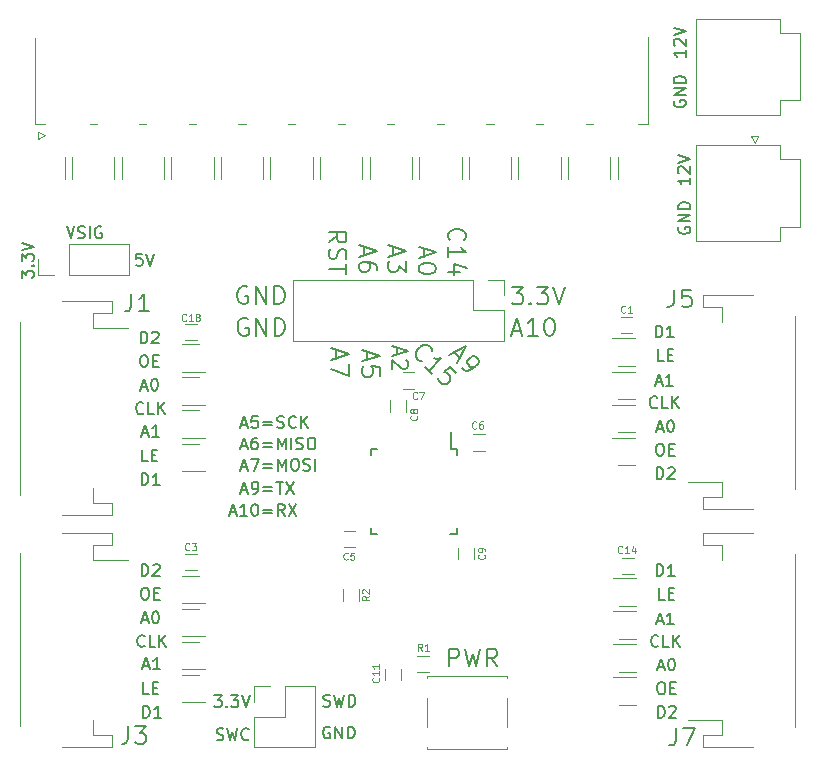
<source format=gbr>
G04 #@! TF.GenerationSoftware,KiCad,Pcbnew,(5.1.2)-2*
G04 #@! TF.CreationDate,2019-09-22T20:07:18+01:00*
G04 #@! TF.ProjectId,LEDPanelControllerV2,4c454450-616e-4656-9c43-6f6e74726f6c,rev?*
G04 #@! TF.SameCoordinates,Original*
G04 #@! TF.FileFunction,Legend,Top*
G04 #@! TF.FilePolarity,Positive*
%FSLAX46Y46*%
G04 Gerber Fmt 4.6, Leading zero omitted, Abs format (unit mm)*
G04 Created by KiCad (PCBNEW (5.1.2)-2) date 2019-09-22 20:07:18*
%MOMM*%
%LPD*%
G04 APERTURE LIST*
%ADD10C,0.150000*%
%ADD11C,0.200000*%
%ADD12C,0.120000*%
%ADD13C,0.100000*%
G04 APERTURE END LIST*
D10*
X131639285Y-98166666D02*
X132115476Y-98166666D01*
X131544047Y-98452380D02*
X131877380Y-97452380D01*
X132210714Y-98452380D01*
X133067857Y-98452380D02*
X132496428Y-98452380D01*
X132782142Y-98452380D02*
X132782142Y-97452380D01*
X132686904Y-97595238D01*
X132591666Y-97690476D01*
X132496428Y-97738095D01*
X133686904Y-97452380D02*
X133782142Y-97452380D01*
X133877380Y-97500000D01*
X133925000Y-97547619D01*
X133972619Y-97642857D01*
X134020238Y-97833333D01*
X134020238Y-98071428D01*
X133972619Y-98261904D01*
X133925000Y-98357142D01*
X133877380Y-98404761D01*
X133782142Y-98452380D01*
X133686904Y-98452380D01*
X133591666Y-98404761D01*
X133544047Y-98357142D01*
X133496428Y-98261904D01*
X133448809Y-98071428D01*
X133448809Y-97833333D01*
X133496428Y-97642857D01*
X133544047Y-97547619D01*
X133591666Y-97500000D01*
X133686904Y-97452380D01*
X134448809Y-97928571D02*
X135210714Y-97928571D01*
X135210714Y-98214285D02*
X134448809Y-98214285D01*
X136258333Y-98452380D02*
X135925000Y-97976190D01*
X135686904Y-98452380D02*
X135686904Y-97452380D01*
X136067857Y-97452380D01*
X136163095Y-97500000D01*
X136210714Y-97547619D01*
X136258333Y-97642857D01*
X136258333Y-97785714D01*
X136210714Y-97880952D01*
X136163095Y-97928571D01*
X136067857Y-97976190D01*
X135686904Y-97976190D01*
X136591666Y-97452380D02*
X137258333Y-98452380D01*
X137258333Y-97452380D02*
X136591666Y-98452380D01*
X132609523Y-96291666D02*
X133085714Y-96291666D01*
X132514285Y-96577380D02*
X132847619Y-95577380D01*
X133180952Y-96577380D01*
X133561904Y-96577380D02*
X133752380Y-96577380D01*
X133847619Y-96529761D01*
X133895238Y-96482142D01*
X133990476Y-96339285D01*
X134038095Y-96148809D01*
X134038095Y-95767857D01*
X133990476Y-95672619D01*
X133942857Y-95625000D01*
X133847619Y-95577380D01*
X133657142Y-95577380D01*
X133561904Y-95625000D01*
X133514285Y-95672619D01*
X133466666Y-95767857D01*
X133466666Y-96005952D01*
X133514285Y-96101190D01*
X133561904Y-96148809D01*
X133657142Y-96196428D01*
X133847619Y-96196428D01*
X133942857Y-96148809D01*
X133990476Y-96101190D01*
X134038095Y-96005952D01*
X134466666Y-96053571D02*
X135228571Y-96053571D01*
X135228571Y-96339285D02*
X134466666Y-96339285D01*
X135561904Y-95577380D02*
X136133333Y-95577380D01*
X135847619Y-96577380D02*
X135847619Y-95577380D01*
X136371428Y-95577380D02*
X137038095Y-96577380D01*
X137038095Y-95577380D02*
X136371428Y-96577380D01*
D11*
X133132142Y-81775000D02*
X132989285Y-81703571D01*
X132775000Y-81703571D01*
X132560714Y-81775000D01*
X132417857Y-81917857D01*
X132346428Y-82060714D01*
X132275000Y-82346428D01*
X132275000Y-82560714D01*
X132346428Y-82846428D01*
X132417857Y-82989285D01*
X132560714Y-83132142D01*
X132775000Y-83203571D01*
X132917857Y-83203571D01*
X133132142Y-83132142D01*
X133203571Y-83060714D01*
X133203571Y-82560714D01*
X132917857Y-82560714D01*
X133846428Y-83203571D02*
X133846428Y-81703571D01*
X134703571Y-83203571D01*
X134703571Y-81703571D01*
X135417857Y-83203571D02*
X135417857Y-81703571D01*
X135775000Y-81703571D01*
X135989285Y-81775000D01*
X136132142Y-81917857D01*
X136203571Y-82060714D01*
X136275000Y-82346428D01*
X136275000Y-82560714D01*
X136203571Y-82846428D01*
X136132142Y-82989285D01*
X135989285Y-83132142D01*
X135775000Y-83203571D01*
X135417857Y-83203571D01*
X140625000Y-84428571D02*
X140625000Y-85142857D01*
X140196428Y-84285714D02*
X141696428Y-84785714D01*
X140196428Y-85285714D01*
X141696428Y-85642857D02*
X141696428Y-86642857D01*
X140196428Y-86000000D01*
X142975000Y-75653571D02*
X142975000Y-76367857D01*
X142546428Y-75510714D02*
X144046428Y-76010714D01*
X142546428Y-76510714D01*
X144046428Y-77653571D02*
X144046428Y-77367857D01*
X143975000Y-77225000D01*
X143903571Y-77153571D01*
X143689285Y-77010714D01*
X143403571Y-76939285D01*
X142832142Y-76939285D01*
X142689285Y-77010714D01*
X142617857Y-77082142D01*
X142546428Y-77225000D01*
X142546428Y-77510714D01*
X142617857Y-77653571D01*
X142689285Y-77725000D01*
X142832142Y-77796428D01*
X143189285Y-77796428D01*
X143332142Y-77725000D01*
X143403571Y-77653571D01*
X143475000Y-77510714D01*
X143475000Y-77225000D01*
X143403571Y-77082142D01*
X143332142Y-77010714D01*
X143189285Y-76939285D01*
X143250000Y-84528571D02*
X143250000Y-85242857D01*
X142821428Y-84385714D02*
X144321428Y-84885714D01*
X142821428Y-85385714D01*
X144321428Y-86600000D02*
X144321428Y-85885714D01*
X143607142Y-85814285D01*
X143678571Y-85885714D01*
X143750000Y-86028571D01*
X143750000Y-86385714D01*
X143678571Y-86528571D01*
X143607142Y-86600000D01*
X143464285Y-86671428D01*
X143107142Y-86671428D01*
X142964285Y-86600000D01*
X142892857Y-86528571D01*
X142821428Y-86385714D01*
X142821428Y-86028571D01*
X142892857Y-85885714D01*
X142964285Y-85814285D01*
D10*
X167904761Y-109457142D02*
X167857142Y-109504761D01*
X167714285Y-109552380D01*
X167619047Y-109552380D01*
X167476190Y-109504761D01*
X167380952Y-109409523D01*
X167333333Y-109314285D01*
X167285714Y-109123809D01*
X167285714Y-108980952D01*
X167333333Y-108790476D01*
X167380952Y-108695238D01*
X167476190Y-108600000D01*
X167619047Y-108552380D01*
X167714285Y-108552380D01*
X167857142Y-108600000D01*
X167904761Y-108647619D01*
X168809523Y-109552380D02*
X168333333Y-109552380D01*
X168333333Y-108552380D01*
X169142857Y-109552380D02*
X169142857Y-108552380D01*
X169714285Y-109552380D02*
X169285714Y-108980952D01*
X169714285Y-108552380D02*
X169142857Y-109123809D01*
X167785714Y-107366666D02*
X168261904Y-107366666D01*
X167690476Y-107652380D02*
X168023809Y-106652380D01*
X168357142Y-107652380D01*
X169214285Y-107652380D02*
X168642857Y-107652380D01*
X168928571Y-107652380D02*
X168928571Y-106652380D01*
X168833333Y-106795238D01*
X168738095Y-106890476D01*
X168642857Y-106938095D01*
X167761904Y-103552380D02*
X167761904Y-102552380D01*
X168000000Y-102552380D01*
X168142857Y-102600000D01*
X168238095Y-102695238D01*
X168285714Y-102790476D01*
X168333333Y-102980952D01*
X168333333Y-103123809D01*
X168285714Y-103314285D01*
X168238095Y-103409523D01*
X168142857Y-103504761D01*
X168000000Y-103552380D01*
X167761904Y-103552380D01*
X169285714Y-103552380D02*
X168714285Y-103552380D01*
X169000000Y-103552380D02*
X169000000Y-102552380D01*
X168904761Y-102695238D01*
X168809523Y-102790476D01*
X168714285Y-102838095D01*
X167861904Y-115552381D02*
X167861904Y-114552381D01*
X168100000Y-114552381D01*
X168242857Y-114600001D01*
X168338095Y-114695239D01*
X168385714Y-114790477D01*
X168433333Y-114980953D01*
X168433333Y-115123810D01*
X168385714Y-115314286D01*
X168338095Y-115409524D01*
X168242857Y-115504762D01*
X168100000Y-115552381D01*
X167861904Y-115552381D01*
X168814285Y-114647620D02*
X168861904Y-114600001D01*
X168957142Y-114552381D01*
X169195238Y-114552381D01*
X169290476Y-114600001D01*
X169338095Y-114647620D01*
X169385714Y-114742858D01*
X169385714Y-114838096D01*
X169338095Y-114980953D01*
X168766666Y-115552381D01*
X169385714Y-115552381D01*
X167885713Y-111266666D02*
X168361903Y-111266666D01*
X167790475Y-111552380D02*
X168123808Y-110552380D01*
X168457141Y-111552380D01*
X168980951Y-110552380D02*
X169076189Y-110552380D01*
X169171427Y-110600000D01*
X169219046Y-110647619D01*
X169266665Y-110742857D01*
X169314284Y-110933333D01*
X169314284Y-111171428D01*
X169266665Y-111361904D01*
X169219046Y-111457142D01*
X169171427Y-111504761D01*
X169076189Y-111552380D01*
X168980951Y-111552380D01*
X168885713Y-111504761D01*
X168838094Y-111457142D01*
X168790475Y-111361904D01*
X168742856Y-111171428D01*
X168742856Y-110933333D01*
X168790475Y-110742857D01*
X168838094Y-110647619D01*
X168885713Y-110600000D01*
X168980951Y-110552380D01*
X168457142Y-105552380D02*
X167980952Y-105552380D01*
X167980952Y-104552380D01*
X168790476Y-105028571D02*
X169123809Y-105028571D01*
X169266666Y-105552380D02*
X168790476Y-105552380D01*
X168790476Y-104552380D01*
X169266666Y-104552380D01*
X168052380Y-112552380D02*
X168242857Y-112552380D01*
X168338095Y-112600000D01*
X168433333Y-112695238D01*
X168480952Y-112885714D01*
X168480952Y-113219047D01*
X168433333Y-113409523D01*
X168338095Y-113504761D01*
X168242857Y-113552380D01*
X168052380Y-113552380D01*
X167957142Y-113504761D01*
X167861904Y-113409523D01*
X167814285Y-113219047D01*
X167814285Y-112885714D01*
X167861904Y-112695238D01*
X167957142Y-112600000D01*
X168052380Y-112552380D01*
X168909523Y-113028571D02*
X169242857Y-113028571D01*
X169385714Y-113552380D02*
X168909523Y-113552380D01*
X168909523Y-112552380D01*
X169385714Y-112552380D01*
X167952380Y-92352380D02*
X168142857Y-92352380D01*
X168238095Y-92400000D01*
X168333333Y-92495238D01*
X168380952Y-92685714D01*
X168380952Y-93019047D01*
X168333333Y-93209523D01*
X168238095Y-93304761D01*
X168142857Y-93352380D01*
X167952380Y-93352380D01*
X167857142Y-93304761D01*
X167761904Y-93209523D01*
X167714285Y-93019047D01*
X167714285Y-92685714D01*
X167761904Y-92495238D01*
X167857142Y-92400000D01*
X167952380Y-92352380D01*
X168809523Y-92828571D02*
X169142857Y-92828571D01*
X169285714Y-93352380D02*
X168809523Y-93352380D01*
X168809523Y-92352380D01*
X169285714Y-92352380D01*
X167804761Y-89257142D02*
X167757142Y-89304761D01*
X167614285Y-89352380D01*
X167519047Y-89352380D01*
X167376190Y-89304761D01*
X167280952Y-89209523D01*
X167233333Y-89114285D01*
X167185714Y-88923809D01*
X167185714Y-88780952D01*
X167233333Y-88590476D01*
X167280952Y-88495238D01*
X167376190Y-88400000D01*
X167519047Y-88352380D01*
X167614285Y-88352380D01*
X167757142Y-88400000D01*
X167804761Y-88447619D01*
X168709523Y-89352380D02*
X168233333Y-89352380D01*
X168233333Y-88352380D01*
X169042857Y-89352380D02*
X169042857Y-88352380D01*
X169614285Y-89352380D02*
X169185714Y-88780952D01*
X169614285Y-88352380D02*
X169042857Y-88923809D01*
X167661904Y-83352380D02*
X167661904Y-82352380D01*
X167900000Y-82352380D01*
X168042857Y-82400000D01*
X168138095Y-82495238D01*
X168185714Y-82590476D01*
X168233333Y-82780952D01*
X168233333Y-82923809D01*
X168185714Y-83114285D01*
X168138095Y-83209523D01*
X168042857Y-83304761D01*
X167900000Y-83352380D01*
X167661904Y-83352380D01*
X169185714Y-83352380D02*
X168614285Y-83352380D01*
X168900000Y-83352380D02*
X168900000Y-82352380D01*
X168804761Y-82495238D01*
X168709523Y-82590476D01*
X168614285Y-82638095D01*
X167685714Y-87166666D02*
X168161904Y-87166666D01*
X167590476Y-87452380D02*
X167923809Y-86452380D01*
X168257142Y-87452380D01*
X169114285Y-87452380D02*
X168542857Y-87452380D01*
X168828571Y-87452380D02*
X168828571Y-86452380D01*
X168733333Y-86595238D01*
X168638095Y-86690476D01*
X168542857Y-86738095D01*
X168357142Y-85352380D02*
X167880952Y-85352380D01*
X167880952Y-84352380D01*
X168690476Y-84828571D02*
X169023809Y-84828571D01*
X169166666Y-85352380D02*
X168690476Y-85352380D01*
X168690476Y-84352380D01*
X169166666Y-84352380D01*
X167761904Y-95352381D02*
X167761904Y-94352381D01*
X168000000Y-94352381D01*
X168142857Y-94400001D01*
X168238095Y-94495239D01*
X168285714Y-94590477D01*
X168333333Y-94780953D01*
X168333333Y-94923810D01*
X168285714Y-95114286D01*
X168238095Y-95209524D01*
X168142857Y-95304762D01*
X168000000Y-95352381D01*
X167761904Y-95352381D01*
X168714285Y-94447620D02*
X168761904Y-94400001D01*
X168857142Y-94352381D01*
X169095238Y-94352381D01*
X169190476Y-94400001D01*
X169238095Y-94447620D01*
X169285714Y-94542858D01*
X169285714Y-94638096D01*
X169238095Y-94780953D01*
X168666666Y-95352381D01*
X169285714Y-95352381D01*
X167785713Y-91066666D02*
X168261903Y-91066666D01*
X167690475Y-91352380D02*
X168023808Y-90352380D01*
X168357141Y-91352380D01*
X168880951Y-90352380D02*
X168976189Y-90352380D01*
X169071427Y-90400000D01*
X169119046Y-90447619D01*
X169166665Y-90542857D01*
X169214284Y-90733333D01*
X169214284Y-90971428D01*
X169166665Y-91161904D01*
X169119046Y-91257142D01*
X169071427Y-91304761D01*
X168976189Y-91352380D01*
X168880951Y-91352380D01*
X168785713Y-91304761D01*
X168738094Y-91257142D01*
X168690475Y-91161904D01*
X168642856Y-90971428D01*
X168642856Y-90733333D01*
X168690475Y-90542857D01*
X168738094Y-90447619D01*
X168785713Y-90400000D01*
X168880951Y-90352380D01*
X124404761Y-109457142D02*
X124357142Y-109504761D01*
X124214285Y-109552380D01*
X124119047Y-109552380D01*
X123976190Y-109504761D01*
X123880952Y-109409523D01*
X123833333Y-109314285D01*
X123785714Y-109123809D01*
X123785714Y-108980952D01*
X123833333Y-108790476D01*
X123880952Y-108695238D01*
X123976190Y-108600000D01*
X124119047Y-108552380D01*
X124214285Y-108552380D01*
X124357142Y-108600000D01*
X124404761Y-108647619D01*
X125309523Y-109552380D02*
X124833333Y-109552380D01*
X124833333Y-108552380D01*
X125642857Y-109552380D02*
X125642857Y-108552380D01*
X126214285Y-109552380D02*
X125785714Y-108980952D01*
X126214285Y-108552380D02*
X125642857Y-109123809D01*
X124261904Y-115552380D02*
X124261904Y-114552380D01*
X124500000Y-114552380D01*
X124642857Y-114600000D01*
X124738095Y-114695238D01*
X124785714Y-114790476D01*
X124833333Y-114980952D01*
X124833333Y-115123809D01*
X124785714Y-115314285D01*
X124738095Y-115409523D01*
X124642857Y-115504761D01*
X124500000Y-115552380D01*
X124261904Y-115552380D01*
X125785714Y-115552380D02*
X125214285Y-115552380D01*
X125500000Y-115552380D02*
X125500000Y-114552380D01*
X125404761Y-114695238D01*
X125309523Y-114790476D01*
X125214285Y-114838095D01*
X124285714Y-111166666D02*
X124761904Y-111166666D01*
X124190476Y-111452380D02*
X124523809Y-110452380D01*
X124857142Y-111452380D01*
X125714285Y-111452380D02*
X125142857Y-111452380D01*
X125428571Y-111452380D02*
X125428571Y-110452380D01*
X125333333Y-110595238D01*
X125238095Y-110690476D01*
X125142857Y-110738095D01*
X124757142Y-113552380D02*
X124280952Y-113552380D01*
X124280952Y-112552380D01*
X125090476Y-113028571D02*
X125423809Y-113028571D01*
X125566666Y-113552380D02*
X125090476Y-113552380D01*
X125090476Y-112552380D01*
X125566666Y-112552380D01*
X124185714Y-107266666D02*
X124661904Y-107266666D01*
X124090476Y-107552380D02*
X124423809Y-106552380D01*
X124757142Y-107552380D01*
X125280952Y-106552380D02*
X125376190Y-106552380D01*
X125471428Y-106600000D01*
X125519047Y-106647619D01*
X125566666Y-106742857D01*
X125614285Y-106933333D01*
X125614285Y-107171428D01*
X125566666Y-107361904D01*
X125519047Y-107457142D01*
X125471428Y-107504761D01*
X125376190Y-107552380D01*
X125280952Y-107552380D01*
X125185714Y-107504761D01*
X125138095Y-107457142D01*
X125090476Y-107361904D01*
X125042857Y-107171428D01*
X125042857Y-106933333D01*
X125090476Y-106742857D01*
X125138095Y-106647619D01*
X125185714Y-106600000D01*
X125280952Y-106552380D01*
X124352380Y-104552380D02*
X124542857Y-104552380D01*
X124638095Y-104600000D01*
X124733333Y-104695238D01*
X124780952Y-104885714D01*
X124780952Y-105219047D01*
X124733333Y-105409523D01*
X124638095Y-105504761D01*
X124542857Y-105552380D01*
X124352380Y-105552380D01*
X124257142Y-105504761D01*
X124161904Y-105409523D01*
X124114285Y-105219047D01*
X124114285Y-104885714D01*
X124161904Y-104695238D01*
X124257142Y-104600000D01*
X124352380Y-104552380D01*
X125209523Y-105028571D02*
X125542857Y-105028571D01*
X125685714Y-105552380D02*
X125209523Y-105552380D01*
X125209523Y-104552380D01*
X125685714Y-104552380D01*
X124161904Y-103552380D02*
X124161904Y-102552380D01*
X124400000Y-102552380D01*
X124542857Y-102600000D01*
X124638095Y-102695238D01*
X124685714Y-102790476D01*
X124733333Y-102980952D01*
X124733333Y-103123809D01*
X124685714Y-103314285D01*
X124638095Y-103409523D01*
X124542857Y-103504761D01*
X124400000Y-103552380D01*
X124161904Y-103552380D01*
X125114285Y-102647619D02*
X125161904Y-102600000D01*
X125257142Y-102552380D01*
X125495238Y-102552380D01*
X125590476Y-102600000D01*
X125638095Y-102647619D01*
X125685714Y-102742857D01*
X125685714Y-102838095D01*
X125638095Y-102980952D01*
X125066666Y-103552380D01*
X125685714Y-103552380D01*
X124161904Y-95852380D02*
X124161904Y-94852380D01*
X124400000Y-94852380D01*
X124542857Y-94900000D01*
X124638095Y-94995238D01*
X124685714Y-95090476D01*
X124733333Y-95280952D01*
X124733333Y-95423809D01*
X124685714Y-95614285D01*
X124638095Y-95709523D01*
X124542857Y-95804761D01*
X124400000Y-95852380D01*
X124161904Y-95852380D01*
X125685714Y-95852380D02*
X125114285Y-95852380D01*
X125400000Y-95852380D02*
X125400000Y-94852380D01*
X125304761Y-94995238D01*
X125209523Y-95090476D01*
X125114285Y-95138095D01*
X124657142Y-93852380D02*
X124180952Y-93852380D01*
X124180952Y-92852380D01*
X124990476Y-93328571D02*
X125323809Y-93328571D01*
X125466666Y-93852380D02*
X124990476Y-93852380D01*
X124990476Y-92852380D01*
X125466666Y-92852380D01*
X124185714Y-91466666D02*
X124661904Y-91466666D01*
X124090476Y-91752380D02*
X124423809Y-90752380D01*
X124757142Y-91752380D01*
X125614285Y-91752380D02*
X125042857Y-91752380D01*
X125328571Y-91752380D02*
X125328571Y-90752380D01*
X125233333Y-90895238D01*
X125138095Y-90990476D01*
X125042857Y-91038095D01*
X124304761Y-89757142D02*
X124257142Y-89804761D01*
X124114285Y-89852380D01*
X124019047Y-89852380D01*
X123876190Y-89804761D01*
X123780952Y-89709523D01*
X123733333Y-89614285D01*
X123685714Y-89423809D01*
X123685714Y-89280952D01*
X123733333Y-89090476D01*
X123780952Y-88995238D01*
X123876190Y-88900000D01*
X124019047Y-88852380D01*
X124114285Y-88852380D01*
X124257142Y-88900000D01*
X124304761Y-88947619D01*
X125209523Y-89852380D02*
X124733333Y-89852380D01*
X124733333Y-88852380D01*
X125542857Y-89852380D02*
X125542857Y-88852380D01*
X126114285Y-89852380D02*
X125685714Y-89280952D01*
X126114285Y-88852380D02*
X125542857Y-89423809D01*
X124085714Y-87566666D02*
X124561904Y-87566666D01*
X123990476Y-87852380D02*
X124323809Y-86852380D01*
X124657142Y-87852380D01*
X125180952Y-86852380D02*
X125276190Y-86852380D01*
X125371428Y-86900000D01*
X125419047Y-86947619D01*
X125466666Y-87042857D01*
X125514285Y-87233333D01*
X125514285Y-87471428D01*
X125466666Y-87661904D01*
X125419047Y-87757142D01*
X125371428Y-87804761D01*
X125276190Y-87852380D01*
X125180952Y-87852380D01*
X125085714Y-87804761D01*
X125038095Y-87757142D01*
X124990476Y-87661904D01*
X124942857Y-87471428D01*
X124942857Y-87233333D01*
X124990476Y-87042857D01*
X125038095Y-86947619D01*
X125085714Y-86900000D01*
X125180952Y-86852380D01*
X124252380Y-84852380D02*
X124442857Y-84852380D01*
X124538095Y-84900000D01*
X124633333Y-84995238D01*
X124680952Y-85185714D01*
X124680952Y-85519047D01*
X124633333Y-85709523D01*
X124538095Y-85804761D01*
X124442857Y-85852380D01*
X124252380Y-85852380D01*
X124157142Y-85804761D01*
X124061904Y-85709523D01*
X124014285Y-85519047D01*
X124014285Y-85185714D01*
X124061904Y-84995238D01*
X124157142Y-84900000D01*
X124252380Y-84852380D01*
X125109523Y-85328571D02*
X125442857Y-85328571D01*
X125585714Y-85852380D02*
X125109523Y-85852380D01*
X125109523Y-84852380D01*
X125585714Y-84852380D01*
X124061904Y-83852380D02*
X124061904Y-82852380D01*
X124300000Y-82852380D01*
X124442857Y-82900000D01*
X124538095Y-82995238D01*
X124585714Y-83090476D01*
X124633333Y-83280952D01*
X124633333Y-83423809D01*
X124585714Y-83614285D01*
X124538095Y-83709523D01*
X124442857Y-83804761D01*
X124300000Y-83852380D01*
X124061904Y-83852380D01*
X125014285Y-82947619D02*
X125061904Y-82900000D01*
X125157142Y-82852380D01*
X125395238Y-82852380D01*
X125490476Y-82900000D01*
X125538095Y-82947619D01*
X125585714Y-83042857D01*
X125585714Y-83138095D01*
X125538095Y-83280952D01*
X124966666Y-83852380D01*
X125585714Y-83852380D01*
D11*
X150175000Y-111203571D02*
X150175000Y-109703571D01*
X150746428Y-109703571D01*
X150889285Y-109775000D01*
X150960714Y-109846428D01*
X151032142Y-109989285D01*
X151032142Y-110203571D01*
X150960714Y-110346428D01*
X150889285Y-110417857D01*
X150746428Y-110489285D01*
X150175000Y-110489285D01*
X151532142Y-109703571D02*
X151889285Y-111203571D01*
X152175000Y-110132142D01*
X152460714Y-111203571D01*
X152817857Y-109703571D01*
X154246428Y-111203571D02*
X153746428Y-110489285D01*
X153389285Y-111203571D02*
X153389285Y-109703571D01*
X153960714Y-109703571D01*
X154103571Y-109775000D01*
X154175000Y-109846428D01*
X154246428Y-109989285D01*
X154246428Y-110203571D01*
X154175000Y-110346428D01*
X154103571Y-110417857D01*
X153960714Y-110489285D01*
X153389285Y-110489285D01*
X147864339Y-85346954D02*
X147763324Y-85346954D01*
X147561294Y-85245938D01*
X147460278Y-85144923D01*
X147359263Y-84942893D01*
X147359263Y-84740862D01*
X147409771Y-84589339D01*
X147561294Y-84336801D01*
X147712816Y-84185278D01*
X147965355Y-84033755D01*
X148116877Y-83983248D01*
X148318908Y-83983248D01*
X148520938Y-84084263D01*
X148621954Y-84185278D01*
X148722969Y-84387309D01*
X148722969Y-84488324D01*
X148773477Y-86458122D02*
X148167385Y-85852030D01*
X148470431Y-86155076D02*
X149531091Y-85094416D01*
X149278553Y-85144923D01*
X149076522Y-85144923D01*
X148925000Y-85094416D01*
X150793782Y-86357106D02*
X150288705Y-85852030D01*
X149733122Y-86306599D01*
X149834137Y-86306599D01*
X149985660Y-86357106D01*
X150238198Y-86609644D01*
X150288705Y-86761167D01*
X150288705Y-86862183D01*
X150238198Y-87013705D01*
X149985660Y-87266244D01*
X149834137Y-87316751D01*
X149733122Y-87316751D01*
X149581599Y-87266244D01*
X149329061Y-87013705D01*
X149278553Y-86862183D01*
X149278553Y-86761167D01*
X150239285Y-75110714D02*
X150167857Y-75039285D01*
X150096428Y-74825000D01*
X150096428Y-74682142D01*
X150167857Y-74467857D01*
X150310714Y-74325000D01*
X150453571Y-74253571D01*
X150739285Y-74182142D01*
X150953571Y-74182142D01*
X151239285Y-74253571D01*
X151382142Y-74325000D01*
X151525000Y-74467857D01*
X151596428Y-74682142D01*
X151596428Y-74825000D01*
X151525000Y-75039285D01*
X151453571Y-75110714D01*
X150096428Y-76539285D02*
X150096428Y-75682142D01*
X150096428Y-76110714D02*
X151596428Y-76110714D01*
X151382142Y-75967857D01*
X151239285Y-75825000D01*
X151167857Y-75682142D01*
X151096428Y-77825000D02*
X150096428Y-77825000D01*
X151667857Y-77467857D02*
X150596428Y-77110714D01*
X150596428Y-78039285D01*
D10*
X169650000Y-74011904D02*
X169602380Y-74107142D01*
X169602380Y-74250000D01*
X169650000Y-74392857D01*
X169745238Y-74488095D01*
X169840476Y-74535714D01*
X170030952Y-74583333D01*
X170173809Y-74583333D01*
X170364285Y-74535714D01*
X170459523Y-74488095D01*
X170554761Y-74392857D01*
X170602380Y-74250000D01*
X170602380Y-74154761D01*
X170554761Y-74011904D01*
X170507142Y-73964285D01*
X170173809Y-73964285D01*
X170173809Y-74154761D01*
X170602380Y-73535714D02*
X169602380Y-73535714D01*
X170602380Y-72964285D01*
X169602380Y-72964285D01*
X170602380Y-72488095D02*
X169602380Y-72488095D01*
X169602380Y-72250000D01*
X169650000Y-72107142D01*
X169745238Y-72011904D01*
X169840476Y-71964285D01*
X170030952Y-71916666D01*
X170173809Y-71916666D01*
X170364285Y-71964285D01*
X170459523Y-72011904D01*
X170554761Y-72107142D01*
X170602380Y-72250000D01*
X170602380Y-72488095D01*
X170552380Y-69819047D02*
X170552380Y-70390476D01*
X170552380Y-70104761D02*
X169552380Y-70104761D01*
X169695238Y-70200000D01*
X169790476Y-70295238D01*
X169838095Y-70390476D01*
X169647619Y-69438095D02*
X169600000Y-69390476D01*
X169552380Y-69295238D01*
X169552380Y-69057142D01*
X169600000Y-68961904D01*
X169647619Y-68914285D01*
X169742857Y-68866666D01*
X169838095Y-68866666D01*
X169980952Y-68914285D01*
X170552380Y-69485714D01*
X170552380Y-68866666D01*
X169552380Y-68580952D02*
X170552380Y-68247619D01*
X169552380Y-67914285D01*
X169250000Y-63311904D02*
X169202380Y-63407142D01*
X169202380Y-63550000D01*
X169250000Y-63692857D01*
X169345238Y-63788095D01*
X169440476Y-63835714D01*
X169630952Y-63883333D01*
X169773809Y-63883333D01*
X169964285Y-63835714D01*
X170059523Y-63788095D01*
X170154761Y-63692857D01*
X170202380Y-63550000D01*
X170202380Y-63454761D01*
X170154761Y-63311904D01*
X170107142Y-63264285D01*
X169773809Y-63264285D01*
X169773809Y-63454761D01*
X170202380Y-62835714D02*
X169202380Y-62835714D01*
X170202380Y-62264285D01*
X169202380Y-62264285D01*
X170202380Y-61788095D02*
X169202380Y-61788095D01*
X169202380Y-61550000D01*
X169250000Y-61407142D01*
X169345238Y-61311904D01*
X169440476Y-61264285D01*
X169630952Y-61216666D01*
X169773809Y-61216666D01*
X169964285Y-61264285D01*
X170059523Y-61311904D01*
X170154761Y-61407142D01*
X170202380Y-61550000D01*
X170202380Y-61788095D01*
X170202380Y-59019047D02*
X170202380Y-59590476D01*
X170202380Y-59304761D02*
X169202380Y-59304761D01*
X169345238Y-59400000D01*
X169440476Y-59495238D01*
X169488095Y-59590476D01*
X169297619Y-58638095D02*
X169250000Y-58590476D01*
X169202380Y-58495238D01*
X169202380Y-58257142D01*
X169250000Y-58161904D01*
X169297619Y-58114285D01*
X169392857Y-58066666D01*
X169488095Y-58066666D01*
X169630952Y-58114285D01*
X170202380Y-58685714D01*
X170202380Y-58066666D01*
X169202380Y-57780952D02*
X170202380Y-57447619D01*
X169202380Y-57114285D01*
X130492857Y-117404761D02*
X130635714Y-117452380D01*
X130873809Y-117452380D01*
X130969047Y-117404761D01*
X131016666Y-117357142D01*
X131064285Y-117261904D01*
X131064285Y-117166666D01*
X131016666Y-117071428D01*
X130969047Y-117023809D01*
X130873809Y-116976190D01*
X130683333Y-116928571D01*
X130588095Y-116880952D01*
X130540476Y-116833333D01*
X130492857Y-116738095D01*
X130492857Y-116642857D01*
X130540476Y-116547619D01*
X130588095Y-116500000D01*
X130683333Y-116452380D01*
X130921428Y-116452380D01*
X131064285Y-116500000D01*
X131397619Y-116452380D02*
X131635714Y-117452380D01*
X131826190Y-116738095D01*
X132016666Y-117452380D01*
X132254761Y-116452380D01*
X133207142Y-117357142D02*
X133159523Y-117404761D01*
X133016666Y-117452380D01*
X132921428Y-117452380D01*
X132778571Y-117404761D01*
X132683333Y-117309523D01*
X132635714Y-117214285D01*
X132588095Y-117023809D01*
X132588095Y-116880952D01*
X132635714Y-116690476D01*
X132683333Y-116595238D01*
X132778571Y-116500000D01*
X132921428Y-116452380D01*
X133016666Y-116452380D01*
X133159523Y-116500000D01*
X133207142Y-116547619D01*
X140088095Y-116350000D02*
X139992857Y-116302380D01*
X139850000Y-116302380D01*
X139707142Y-116350000D01*
X139611904Y-116445238D01*
X139564285Y-116540476D01*
X139516666Y-116730952D01*
X139516666Y-116873809D01*
X139564285Y-117064285D01*
X139611904Y-117159523D01*
X139707142Y-117254761D01*
X139850000Y-117302380D01*
X139945238Y-117302380D01*
X140088095Y-117254761D01*
X140135714Y-117207142D01*
X140135714Y-116873809D01*
X139945238Y-116873809D01*
X140564285Y-117302380D02*
X140564285Y-116302380D01*
X141135714Y-117302380D01*
X141135714Y-116302380D01*
X141611904Y-117302380D02*
X141611904Y-116302380D01*
X141850000Y-116302380D01*
X141992857Y-116350000D01*
X142088095Y-116445238D01*
X142135714Y-116540476D01*
X142183333Y-116730952D01*
X142183333Y-116873809D01*
X142135714Y-117064285D01*
X142088095Y-117159523D01*
X141992857Y-117254761D01*
X141850000Y-117302380D01*
X141611904Y-117302380D01*
X139542857Y-114554761D02*
X139685714Y-114602380D01*
X139923809Y-114602380D01*
X140019047Y-114554761D01*
X140066666Y-114507142D01*
X140114285Y-114411904D01*
X140114285Y-114316666D01*
X140066666Y-114221428D01*
X140019047Y-114173809D01*
X139923809Y-114126190D01*
X139733333Y-114078571D01*
X139638095Y-114030952D01*
X139590476Y-113983333D01*
X139542857Y-113888095D01*
X139542857Y-113792857D01*
X139590476Y-113697619D01*
X139638095Y-113650000D01*
X139733333Y-113602380D01*
X139971428Y-113602380D01*
X140114285Y-113650000D01*
X140447619Y-113602380D02*
X140685714Y-114602380D01*
X140876190Y-113888095D01*
X141066666Y-114602380D01*
X141304761Y-113602380D01*
X141685714Y-114602380D02*
X141685714Y-113602380D01*
X141923809Y-113602380D01*
X142066666Y-113650000D01*
X142161904Y-113745238D01*
X142209523Y-113840476D01*
X142257142Y-114030952D01*
X142257142Y-114173809D01*
X142209523Y-114364285D01*
X142161904Y-114459523D01*
X142066666Y-114554761D01*
X141923809Y-114602380D01*
X141685714Y-114602380D01*
X130298809Y-113652380D02*
X130917857Y-113652380D01*
X130584523Y-114033333D01*
X130727380Y-114033333D01*
X130822619Y-114080952D01*
X130870238Y-114128571D01*
X130917857Y-114223809D01*
X130917857Y-114461904D01*
X130870238Y-114557142D01*
X130822619Y-114604761D01*
X130727380Y-114652380D01*
X130441666Y-114652380D01*
X130346428Y-114604761D01*
X130298809Y-114557142D01*
X131346428Y-114557142D02*
X131394047Y-114604761D01*
X131346428Y-114652380D01*
X131298809Y-114604761D01*
X131346428Y-114557142D01*
X131346428Y-114652380D01*
X131727380Y-113652380D02*
X132346428Y-113652380D01*
X132013095Y-114033333D01*
X132155952Y-114033333D01*
X132251190Y-114080952D01*
X132298809Y-114128571D01*
X132346428Y-114223809D01*
X132346428Y-114461904D01*
X132298809Y-114557142D01*
X132251190Y-114604761D01*
X132155952Y-114652380D01*
X131870238Y-114652380D01*
X131775000Y-114604761D01*
X131727380Y-114557142D01*
X132632142Y-113652380D02*
X132965476Y-114652380D01*
X133298809Y-113652380D01*
D11*
X155539285Y-82775000D02*
X156253571Y-82775000D01*
X155396428Y-83203571D02*
X155896428Y-81703571D01*
X156396428Y-83203571D01*
X157682142Y-83203571D02*
X156825000Y-83203571D01*
X157253571Y-83203571D02*
X157253571Y-81703571D01*
X157110714Y-81917857D01*
X156967857Y-82060714D01*
X156825000Y-82132142D01*
X158610714Y-81703571D02*
X158753571Y-81703571D01*
X158896428Y-81775000D01*
X158967857Y-81846428D01*
X159039285Y-81989285D01*
X159110714Y-82275000D01*
X159110714Y-82632142D01*
X159039285Y-82917857D01*
X158967857Y-83060714D01*
X158896428Y-83132142D01*
X158753571Y-83203571D01*
X158610714Y-83203571D01*
X158467857Y-83132142D01*
X158396428Y-83060714D01*
X158325000Y-82917857D01*
X158253571Y-82632142D01*
X158253571Y-82275000D01*
X158325000Y-81989285D01*
X158396428Y-81846428D01*
X158467857Y-81775000D01*
X158610714Y-81703571D01*
X150565608Y-84619162D02*
X151070685Y-85124238D01*
X150161547Y-84821192D02*
X151575761Y-84114086D01*
X150868654Y-85528299D01*
X151272715Y-85932360D02*
X151474746Y-86134391D01*
X151626269Y-86184898D01*
X151727284Y-86184898D01*
X151979822Y-86134391D01*
X152232360Y-85982868D01*
X152636421Y-85578807D01*
X152686929Y-85427284D01*
X152686929Y-85326269D01*
X152636421Y-85174746D01*
X152434391Y-84972715D01*
X152282868Y-84922208D01*
X152181852Y-84922208D01*
X152030330Y-84972715D01*
X151777791Y-85225253D01*
X151727284Y-85376776D01*
X151727284Y-85477791D01*
X151777791Y-85629314D01*
X151979822Y-85831345D01*
X152131345Y-85881852D01*
X152232360Y-85881852D01*
X152383883Y-85831345D01*
X145758333Y-84171428D02*
X145758333Y-84790476D01*
X145386904Y-84047619D02*
X146686904Y-84480952D01*
X145386904Y-84914285D01*
X146563095Y-85285714D02*
X146625000Y-85347619D01*
X146686904Y-85471428D01*
X146686904Y-85780952D01*
X146625000Y-85904761D01*
X146563095Y-85966666D01*
X146439285Y-86028571D01*
X146315476Y-86028571D01*
X146129761Y-85966666D01*
X145386904Y-85223809D01*
X145386904Y-86028571D01*
D10*
X132582142Y-92541666D02*
X133058333Y-92541666D01*
X132486904Y-92827380D02*
X132820238Y-91827380D01*
X133153571Y-92827380D01*
X133915476Y-91827380D02*
X133725000Y-91827380D01*
X133629761Y-91875000D01*
X133582142Y-91922619D01*
X133486904Y-92065476D01*
X133439285Y-92255952D01*
X133439285Y-92636904D01*
X133486904Y-92732142D01*
X133534523Y-92779761D01*
X133629761Y-92827380D01*
X133820238Y-92827380D01*
X133915476Y-92779761D01*
X133963095Y-92732142D01*
X134010714Y-92636904D01*
X134010714Y-92398809D01*
X133963095Y-92303571D01*
X133915476Y-92255952D01*
X133820238Y-92208333D01*
X133629761Y-92208333D01*
X133534523Y-92255952D01*
X133486904Y-92303571D01*
X133439285Y-92398809D01*
X134439285Y-92303571D02*
X135201190Y-92303571D01*
X135201190Y-92589285D02*
X134439285Y-92589285D01*
X135677380Y-92827380D02*
X135677380Y-91827380D01*
X136010714Y-92541666D01*
X136344047Y-91827380D01*
X136344047Y-92827380D01*
X136820238Y-92827380D02*
X136820238Y-91827380D01*
X137248809Y-92779761D02*
X137391666Y-92827380D01*
X137629761Y-92827380D01*
X137725000Y-92779761D01*
X137772619Y-92732142D01*
X137820238Y-92636904D01*
X137820238Y-92541666D01*
X137772619Y-92446428D01*
X137725000Y-92398809D01*
X137629761Y-92351190D01*
X137439285Y-92303571D01*
X137344047Y-92255952D01*
X137296428Y-92208333D01*
X137248809Y-92113095D01*
X137248809Y-92017857D01*
X137296428Y-91922619D01*
X137344047Y-91875000D01*
X137439285Y-91827380D01*
X137677380Y-91827380D01*
X137820238Y-91875000D01*
X138439285Y-91827380D02*
X138629761Y-91827380D01*
X138725000Y-91875000D01*
X138820238Y-91970238D01*
X138867857Y-92160714D01*
X138867857Y-92494047D01*
X138820238Y-92684523D01*
X138725000Y-92779761D01*
X138629761Y-92827380D01*
X138439285Y-92827380D01*
X138344047Y-92779761D01*
X138248809Y-92684523D01*
X138201190Y-92494047D01*
X138201190Y-92160714D01*
X138248809Y-91970238D01*
X138344047Y-91875000D01*
X138439285Y-91827380D01*
D11*
X139996428Y-75303571D02*
X140710714Y-74803571D01*
X139996428Y-74446428D02*
X141496428Y-74446428D01*
X141496428Y-75017857D01*
X141425000Y-75160714D01*
X141353571Y-75232142D01*
X141210714Y-75303571D01*
X140996428Y-75303571D01*
X140853571Y-75232142D01*
X140782142Y-75160714D01*
X140710714Y-75017857D01*
X140710714Y-74446428D01*
X140067857Y-75875000D02*
X139996428Y-76089285D01*
X139996428Y-76446428D01*
X140067857Y-76589285D01*
X140139285Y-76660714D01*
X140282142Y-76732142D01*
X140425000Y-76732142D01*
X140567857Y-76660714D01*
X140639285Y-76589285D01*
X140710714Y-76446428D01*
X140782142Y-76160714D01*
X140853571Y-76017857D01*
X140925000Y-75946428D01*
X141067857Y-75875000D01*
X141210714Y-75875000D01*
X141353571Y-75946428D01*
X141425000Y-76017857D01*
X141496428Y-76160714D01*
X141496428Y-76517857D01*
X141425000Y-76732142D01*
X141496428Y-77160714D02*
X141496428Y-78017857D01*
X139996428Y-77589285D02*
X141496428Y-77589285D01*
X155485714Y-79053571D02*
X156414285Y-79053571D01*
X155914285Y-79625000D01*
X156128571Y-79625000D01*
X156271428Y-79696428D01*
X156342857Y-79767857D01*
X156414285Y-79910714D01*
X156414285Y-80267857D01*
X156342857Y-80410714D01*
X156271428Y-80482142D01*
X156128571Y-80553571D01*
X155700000Y-80553571D01*
X155557142Y-80482142D01*
X155485714Y-80410714D01*
X157057142Y-80410714D02*
X157128571Y-80482142D01*
X157057142Y-80553571D01*
X156985714Y-80482142D01*
X157057142Y-80410714D01*
X157057142Y-80553571D01*
X157628571Y-79053571D02*
X158557142Y-79053571D01*
X158057142Y-79625000D01*
X158271428Y-79625000D01*
X158414285Y-79696428D01*
X158485714Y-79767857D01*
X158557142Y-79910714D01*
X158557142Y-80267857D01*
X158485714Y-80410714D01*
X158414285Y-80482142D01*
X158271428Y-80553571D01*
X157842857Y-80553571D01*
X157700000Y-80482142D01*
X157628571Y-80410714D01*
X158985714Y-79053571D02*
X159485714Y-80553571D01*
X159985714Y-79053571D01*
X148025000Y-75803571D02*
X148025000Y-76517857D01*
X147596428Y-75660714D02*
X149096428Y-76160714D01*
X147596428Y-76660714D01*
X149096428Y-77446428D02*
X149096428Y-77589285D01*
X149025000Y-77732142D01*
X148953571Y-77803571D01*
X148810714Y-77875000D01*
X148525000Y-77946428D01*
X148167857Y-77946428D01*
X147882142Y-77875000D01*
X147739285Y-77803571D01*
X147667857Y-77732142D01*
X147596428Y-77589285D01*
X147596428Y-77446428D01*
X147667857Y-77303571D01*
X147739285Y-77232142D01*
X147882142Y-77160714D01*
X148167857Y-77089285D01*
X148525000Y-77089285D01*
X148810714Y-77160714D01*
X148953571Y-77232142D01*
X149025000Y-77303571D01*
X149096428Y-77446428D01*
X145425000Y-75653571D02*
X145425000Y-76367857D01*
X144996428Y-75510714D02*
X146496428Y-76010714D01*
X144996428Y-76510714D01*
X146496428Y-76867857D02*
X146496428Y-77796428D01*
X145925000Y-77296428D01*
X145925000Y-77510714D01*
X145853571Y-77653571D01*
X145782142Y-77725000D01*
X145639285Y-77796428D01*
X145282142Y-77796428D01*
X145139285Y-77725000D01*
X145067857Y-77653571D01*
X144996428Y-77510714D01*
X144996428Y-77082142D01*
X145067857Y-76939285D01*
X145139285Y-76867857D01*
D10*
X132590476Y-90741666D02*
X133066666Y-90741666D01*
X132495238Y-91027380D02*
X132828571Y-90027380D01*
X133161904Y-91027380D01*
X133971428Y-90027380D02*
X133495238Y-90027380D01*
X133447619Y-90503571D01*
X133495238Y-90455952D01*
X133590476Y-90408333D01*
X133828571Y-90408333D01*
X133923809Y-90455952D01*
X133971428Y-90503571D01*
X134019047Y-90598809D01*
X134019047Y-90836904D01*
X133971428Y-90932142D01*
X133923809Y-90979761D01*
X133828571Y-91027380D01*
X133590476Y-91027380D01*
X133495238Y-90979761D01*
X133447619Y-90932142D01*
X134447619Y-90503571D02*
X135209523Y-90503571D01*
X135209523Y-90789285D02*
X134447619Y-90789285D01*
X135638095Y-90979761D02*
X135780952Y-91027380D01*
X136019047Y-91027380D01*
X136114285Y-90979761D01*
X136161904Y-90932142D01*
X136209523Y-90836904D01*
X136209523Y-90741666D01*
X136161904Y-90646428D01*
X136114285Y-90598809D01*
X136019047Y-90551190D01*
X135828571Y-90503571D01*
X135733333Y-90455952D01*
X135685714Y-90408333D01*
X135638095Y-90313095D01*
X135638095Y-90217857D01*
X135685714Y-90122619D01*
X135733333Y-90075000D01*
X135828571Y-90027380D01*
X136066666Y-90027380D01*
X136209523Y-90075000D01*
X137209523Y-90932142D02*
X137161904Y-90979761D01*
X137019047Y-91027380D01*
X136923809Y-91027380D01*
X136780952Y-90979761D01*
X136685714Y-90884523D01*
X136638095Y-90789285D01*
X136590476Y-90598809D01*
X136590476Y-90455952D01*
X136638095Y-90265476D01*
X136685714Y-90170238D01*
X136780952Y-90075000D01*
X136923809Y-90027380D01*
X137019047Y-90027380D01*
X137161904Y-90075000D01*
X137209523Y-90122619D01*
X137638095Y-91027380D02*
X137638095Y-90027380D01*
X138209523Y-91027380D02*
X137780952Y-90455952D01*
X138209523Y-90027380D02*
X137638095Y-90598809D01*
X132607142Y-94341666D02*
X133083333Y-94341666D01*
X132511904Y-94627380D02*
X132845238Y-93627380D01*
X133178571Y-94627380D01*
X133416666Y-93627380D02*
X134083333Y-93627380D01*
X133654761Y-94627380D01*
X134464285Y-94103571D02*
X135226190Y-94103571D01*
X135226190Y-94389285D02*
X134464285Y-94389285D01*
X135702380Y-94627380D02*
X135702380Y-93627380D01*
X136035714Y-94341666D01*
X136369047Y-93627380D01*
X136369047Y-94627380D01*
X137035714Y-93627380D02*
X137226190Y-93627380D01*
X137321428Y-93675000D01*
X137416666Y-93770238D01*
X137464285Y-93960714D01*
X137464285Y-94294047D01*
X137416666Y-94484523D01*
X137321428Y-94579761D01*
X137226190Y-94627380D01*
X137035714Y-94627380D01*
X136940476Y-94579761D01*
X136845238Y-94484523D01*
X136797619Y-94294047D01*
X136797619Y-93960714D01*
X136845238Y-93770238D01*
X136940476Y-93675000D01*
X137035714Y-93627380D01*
X137845238Y-94579761D02*
X137988095Y-94627380D01*
X138226190Y-94627380D01*
X138321428Y-94579761D01*
X138369047Y-94532142D01*
X138416666Y-94436904D01*
X138416666Y-94341666D01*
X138369047Y-94246428D01*
X138321428Y-94198809D01*
X138226190Y-94151190D01*
X138035714Y-94103571D01*
X137940476Y-94055952D01*
X137892857Y-94008333D01*
X137845238Y-93913095D01*
X137845238Y-93817857D01*
X137892857Y-93722619D01*
X137940476Y-93675000D01*
X138035714Y-93627380D01*
X138273809Y-93627380D01*
X138416666Y-93675000D01*
X138845238Y-94627380D02*
X138845238Y-93627380D01*
D11*
X133107142Y-79100000D02*
X132964285Y-79028571D01*
X132750000Y-79028571D01*
X132535714Y-79100000D01*
X132392857Y-79242857D01*
X132321428Y-79385714D01*
X132250000Y-79671428D01*
X132250000Y-79885714D01*
X132321428Y-80171428D01*
X132392857Y-80314285D01*
X132535714Y-80457142D01*
X132750000Y-80528571D01*
X132892857Y-80528571D01*
X133107142Y-80457142D01*
X133178571Y-80385714D01*
X133178571Y-79885714D01*
X132892857Y-79885714D01*
X133821428Y-80528571D02*
X133821428Y-79028571D01*
X134678571Y-80528571D01*
X134678571Y-79028571D01*
X135392857Y-80528571D02*
X135392857Y-79028571D01*
X135750000Y-79028571D01*
X135964285Y-79100000D01*
X136107142Y-79242857D01*
X136178571Y-79385714D01*
X136250000Y-79671428D01*
X136250000Y-79885714D01*
X136178571Y-80171428D01*
X136107142Y-80314285D01*
X135964285Y-80457142D01*
X135750000Y-80528571D01*
X135392857Y-80528571D01*
D10*
X124184523Y-76277380D02*
X123708333Y-76277380D01*
X123660714Y-76753571D01*
X123708333Y-76705952D01*
X123803571Y-76658333D01*
X124041666Y-76658333D01*
X124136904Y-76705952D01*
X124184523Y-76753571D01*
X124232142Y-76848809D01*
X124232142Y-77086904D01*
X124184523Y-77182142D01*
X124136904Y-77229761D01*
X124041666Y-77277380D01*
X123803571Y-77277380D01*
X123708333Y-77229761D01*
X123660714Y-77182142D01*
X124517857Y-76277380D02*
X124851190Y-77277380D01*
X125184523Y-76277380D01*
X114002380Y-78326190D02*
X114002380Y-77707142D01*
X114383333Y-78040476D01*
X114383333Y-77897619D01*
X114430952Y-77802380D01*
X114478571Y-77754761D01*
X114573809Y-77707142D01*
X114811904Y-77707142D01*
X114907142Y-77754761D01*
X114954761Y-77802380D01*
X115002380Y-77897619D01*
X115002380Y-78183333D01*
X114954761Y-78278571D01*
X114907142Y-78326190D01*
X114907142Y-77278571D02*
X114954761Y-77230952D01*
X115002380Y-77278571D01*
X114954761Y-77326190D01*
X114907142Y-77278571D01*
X115002380Y-77278571D01*
X114002380Y-76897619D02*
X114002380Y-76278571D01*
X114383333Y-76611904D01*
X114383333Y-76469047D01*
X114430952Y-76373809D01*
X114478571Y-76326190D01*
X114573809Y-76278571D01*
X114811904Y-76278571D01*
X114907142Y-76326190D01*
X114954761Y-76373809D01*
X115002380Y-76469047D01*
X115002380Y-76754761D01*
X114954761Y-76850000D01*
X114907142Y-76897619D01*
X114002380Y-75992857D02*
X115002380Y-75659523D01*
X114002380Y-75326190D01*
X117802380Y-73952380D02*
X118135714Y-74952380D01*
X118469047Y-73952380D01*
X118754761Y-74904761D02*
X118897619Y-74952380D01*
X119135714Y-74952380D01*
X119230952Y-74904761D01*
X119278571Y-74857142D01*
X119326190Y-74761904D01*
X119326190Y-74666666D01*
X119278571Y-74571428D01*
X119230952Y-74523809D01*
X119135714Y-74476190D01*
X118945238Y-74428571D01*
X118850000Y-74380952D01*
X118802380Y-74333333D01*
X118754761Y-74238095D01*
X118754761Y-74142857D01*
X118802380Y-74047619D01*
X118850000Y-74000000D01*
X118945238Y-73952380D01*
X119183333Y-73952380D01*
X119326190Y-74000000D01*
X119754761Y-74952380D02*
X119754761Y-73952380D01*
X120754761Y-74000000D02*
X120659523Y-73952380D01*
X120516666Y-73952380D01*
X120373809Y-74000000D01*
X120278571Y-74095238D01*
X120230952Y-74190476D01*
X120183333Y-74380952D01*
X120183333Y-74523809D01*
X120230952Y-74714285D01*
X120278571Y-74809523D01*
X120373809Y-74904761D01*
X120516666Y-74952380D01*
X120611904Y-74952380D01*
X120754761Y-74904761D01*
X120802380Y-74857142D01*
X120802380Y-74523809D01*
X120611904Y-74523809D01*
D12*
X142530000Y-104650000D02*
X142530000Y-105650000D01*
X141170000Y-105650000D02*
X141170000Y-104650000D01*
X165900000Y-91840000D02*
X164000000Y-91840000D01*
X164500000Y-94160000D02*
X165900000Y-94160000D01*
X165900000Y-89040000D02*
X164000000Y-89040000D01*
X164500000Y-91360000D02*
X165900000Y-91360000D01*
X165900000Y-86240000D02*
X164000000Y-86240000D01*
X164500000Y-88560000D02*
X165900000Y-88560000D01*
X165900000Y-83440000D02*
X164000000Y-83440000D01*
X164500000Y-85760000D02*
X165900000Y-85760000D01*
X166000000Y-112140000D02*
X164100000Y-112140000D01*
X164600000Y-114460000D02*
X166000000Y-114460000D01*
X166000000Y-109340000D02*
X164100000Y-109340000D01*
X164600000Y-111660000D02*
X166000000Y-111660000D01*
X166000000Y-106540000D02*
X164100000Y-106540000D01*
X164600000Y-108860000D02*
X166000000Y-108860000D01*
X166000000Y-103740000D02*
X164100000Y-103740000D01*
X164600000Y-106060000D02*
X166000000Y-106060000D01*
X148350000Y-118200000D02*
X148350000Y-118000000D01*
X148350000Y-112000000D02*
X148350000Y-112200000D01*
X155050000Y-112000000D02*
X155050000Y-112200000D01*
X155050000Y-118200000D02*
X155050000Y-118000000D01*
X155050000Y-116300000D02*
X155050000Y-113900000D01*
X148350000Y-116300000D02*
X148350000Y-113900000D01*
X148350000Y-118200000D02*
X155050000Y-118200000D01*
X155050000Y-112000000D02*
X148350000Y-112000000D01*
X148500000Y-111680000D02*
X147500000Y-111680000D01*
X147500000Y-110320000D02*
X148500000Y-110320000D01*
X127600000Y-94660000D02*
X129500000Y-94660000D01*
X129000000Y-92340000D02*
X127600000Y-92340000D01*
X127600000Y-111460000D02*
X129500000Y-111460000D01*
X129000000Y-109140000D02*
X127600000Y-109140000D01*
X127600000Y-105860000D02*
X129500000Y-105860000D01*
X129000000Y-103540000D02*
X127600000Y-103540000D01*
X127600000Y-114260000D02*
X129500000Y-114260000D01*
X129000000Y-111940000D02*
X127600000Y-111940000D01*
X127600000Y-91860000D02*
X129500000Y-91860000D01*
X129000000Y-89540000D02*
X127600000Y-89540000D01*
X127600000Y-86260000D02*
X129500000Y-86260000D01*
X129000000Y-83940000D02*
X127600000Y-83940000D01*
X127600000Y-108660000D02*
X129500000Y-108660000D01*
X129000000Y-106340000D02*
X127600000Y-106340000D01*
X127600000Y-89060000D02*
X129500000Y-89060000D01*
X129000000Y-86740000D02*
X127600000Y-86740000D01*
X127800000Y-101720000D02*
X128800000Y-101720000D01*
X128800000Y-103080000D02*
X127800000Y-103080000D01*
X165700000Y-82980000D02*
X164700000Y-82980000D01*
X164700000Y-81620000D02*
X165700000Y-81620000D01*
X165800000Y-103380000D02*
X164800000Y-103380000D01*
X164800000Y-102020000D02*
X165800000Y-102020000D01*
X127800000Y-82220000D02*
X128800000Y-82220000D01*
X128800000Y-83580000D02*
X127800000Y-83580000D01*
X144720000Y-112400000D02*
X144720000Y-111400000D01*
X146080000Y-111400000D02*
X146080000Y-112400000D01*
X136930000Y-78470000D02*
X136930000Y-83670000D01*
X152230000Y-78470000D02*
X136930000Y-78470000D01*
X154830000Y-83670000D02*
X136930000Y-83670000D01*
X152230000Y-78470000D02*
X152230000Y-81070000D01*
X152230000Y-81070000D02*
X154830000Y-81070000D01*
X154830000Y-81070000D02*
X154830000Y-83670000D01*
X153500000Y-78470000D02*
X154830000Y-78470000D01*
X154830000Y-78470000D02*
X154830000Y-79800000D01*
X171130000Y-56380000D02*
X178170000Y-56380000D01*
X178170000Y-56380000D02*
X178170000Y-57580000D01*
X178170000Y-57580000D02*
X179870000Y-57580000D01*
X179870000Y-57580000D02*
X179870000Y-63280000D01*
X179870000Y-63280000D02*
X178170000Y-63280000D01*
X178170000Y-63280000D02*
X178170000Y-64480000D01*
X178170000Y-64480000D02*
X171130000Y-64480000D01*
X171130000Y-64480000D02*
X171130000Y-56380000D01*
X115950000Y-65300000D02*
X115100000Y-65300000D01*
X166150000Y-65300000D02*
X167000000Y-65300000D01*
X117650000Y-68050000D02*
X117650000Y-69950000D01*
X118250000Y-68050000D02*
X118250000Y-69950000D01*
X121850000Y-68050000D02*
X121850000Y-69950000D01*
X122450000Y-68050000D02*
X122450000Y-69950000D01*
X126050000Y-68050000D02*
X126050000Y-69950000D01*
X126650000Y-68050000D02*
X126650000Y-69950000D01*
X130250000Y-68050000D02*
X130250000Y-69950000D01*
X130850000Y-68050000D02*
X130850000Y-69950000D01*
X134450000Y-68050000D02*
X134450000Y-69950000D01*
X135050000Y-68050000D02*
X135050000Y-69950000D01*
X138650000Y-68050000D02*
X138650000Y-69950000D01*
X139250000Y-68050000D02*
X139250000Y-69950000D01*
X142850000Y-68050000D02*
X142850000Y-69950000D01*
X143450000Y-68050000D02*
X143450000Y-69950000D01*
X147050000Y-68050000D02*
X147050000Y-69950000D01*
X147650000Y-68050000D02*
X147650000Y-69950000D01*
X151250000Y-68050000D02*
X151250000Y-69950000D01*
X151850000Y-68050000D02*
X151850000Y-69950000D01*
X155450000Y-68050000D02*
X155450000Y-69950000D01*
X156050000Y-68050000D02*
X156050000Y-69950000D01*
X159650000Y-68050000D02*
X159650000Y-69950000D01*
X160250000Y-68050000D02*
X160250000Y-69950000D01*
X163850000Y-68050000D02*
X163850000Y-69950000D01*
X164450000Y-68050000D02*
X164450000Y-69950000D01*
X119750000Y-65250000D02*
X120350000Y-65250000D01*
X123950000Y-65250000D02*
X124550000Y-65250000D01*
X128150000Y-65250000D02*
X128750000Y-65250000D01*
X132350000Y-65250000D02*
X132950000Y-65250000D01*
X136550000Y-65250000D02*
X137150000Y-65250000D01*
X140750000Y-65250000D02*
X141350000Y-65250000D01*
X144950000Y-65250000D02*
X145550000Y-65250000D01*
X149150000Y-65250000D02*
X149750000Y-65250000D01*
X153350000Y-65250000D02*
X153950000Y-65250000D01*
X157550000Y-65250000D02*
X158150000Y-65250000D01*
X161750000Y-65250000D02*
X162350000Y-65250000D01*
X115950000Y-66250000D02*
X115350000Y-66550000D01*
X115350000Y-66550000D02*
X115350000Y-65950000D01*
X115350000Y-65950000D02*
X115950000Y-66250000D01*
D13*
X167000000Y-65300000D02*
X167000000Y-57950000D01*
X115100000Y-65300000D02*
X115100000Y-58000000D01*
D12*
X133670000Y-118070000D02*
X138870000Y-118070000D01*
X133670000Y-115470000D02*
X133670000Y-118070000D01*
X138870000Y-112870000D02*
X138870000Y-118070000D01*
X133670000Y-115470000D02*
X136270000Y-115470000D01*
X136270000Y-115470000D02*
X136270000Y-112870000D01*
X136270000Y-112870000D02*
X138870000Y-112870000D01*
X133670000Y-114200000D02*
X133670000Y-112870000D01*
X133670000Y-112870000D02*
X135000000Y-112870000D01*
X123110000Y-78080000D02*
X123110000Y-75420000D01*
X117970000Y-78080000D02*
X123110000Y-78080000D01*
X117970000Y-75420000D02*
X123110000Y-75420000D01*
X117970000Y-78080000D02*
X117970000Y-75420000D01*
X116700000Y-78080000D02*
X115370000Y-78080000D01*
X115370000Y-78080000D02*
X115370000Y-76750000D01*
X147250000Y-87680000D02*
X146250000Y-87680000D01*
X146250000Y-86320000D02*
X147250000Y-86320000D01*
X152330000Y-101150000D02*
X152330000Y-102150000D01*
X150970000Y-102150000D02*
X150970000Y-101150000D01*
X145170000Y-89650000D02*
X145170000Y-88650000D01*
X146530000Y-88650000D02*
X146530000Y-89650000D01*
X152200000Y-91570000D02*
X153200000Y-91570000D01*
X153200000Y-92930000D02*
X152200000Y-92930000D01*
X142250000Y-101130000D02*
X141250000Y-101130000D01*
X141250000Y-99770000D02*
X142250000Y-99770000D01*
D10*
X150825000Y-92775000D02*
X150375000Y-92775000D01*
X150825000Y-100025000D02*
X150300000Y-100025000D01*
X143575000Y-100025000D02*
X144100000Y-100025000D01*
X143575000Y-92775000D02*
X144100000Y-92775000D01*
X150825000Y-92775000D02*
X150825000Y-93300000D01*
X143575000Y-92775000D02*
X143575000Y-93300000D01*
X143575000Y-100025000D02*
X143575000Y-99500000D01*
X150825000Y-100025000D02*
X150825000Y-99500000D01*
X150375000Y-92775000D02*
X150375000Y-91400000D01*
D12*
X173275000Y-95625000D02*
X173275000Y-96900000D01*
X173275000Y-96900000D02*
X171675000Y-96900000D01*
X171675000Y-96900000D02*
X171675000Y-97900000D01*
X171675000Y-97900000D02*
X175900000Y-97900000D01*
X175900000Y-79800000D02*
X171675000Y-79800000D01*
X171675000Y-79800000D02*
X171675000Y-80800000D01*
X171675000Y-80800000D02*
X173275000Y-80800000D01*
X173275000Y-80800000D02*
X173275000Y-82075000D01*
X179475000Y-96175000D02*
X179475000Y-81525000D01*
X173275000Y-95625000D02*
X170375000Y-95625000D01*
X173275000Y-115775000D02*
X173275000Y-117050000D01*
X173275000Y-117050000D02*
X171675000Y-117050000D01*
X171675000Y-117050000D02*
X171675000Y-118050000D01*
X171675000Y-118050000D02*
X175900000Y-118050000D01*
X175900000Y-99950000D02*
X171675000Y-99950000D01*
X171675000Y-99950000D02*
X171675000Y-100950000D01*
X171675000Y-100950000D02*
X173275000Y-100950000D01*
X173275000Y-100950000D02*
X173275000Y-102225000D01*
X179475000Y-116325000D02*
X179475000Y-101675000D01*
X173275000Y-115775000D02*
X170375000Y-115775000D01*
X120075000Y-102175000D02*
X120075000Y-100900000D01*
X120075000Y-100900000D02*
X121675000Y-100900000D01*
X121675000Y-100900000D02*
X121675000Y-99900000D01*
X121675000Y-99900000D02*
X117450000Y-99900000D01*
X117450000Y-118000000D02*
X121675000Y-118000000D01*
X121675000Y-118000000D02*
X121675000Y-117000000D01*
X121675000Y-117000000D02*
X120075000Y-117000000D01*
X120075000Y-117000000D02*
X120075000Y-115725000D01*
X113875000Y-101625000D02*
X113875000Y-116275000D01*
X120075000Y-102175000D02*
X122975000Y-102175000D01*
X120075000Y-82575000D02*
X120075000Y-81300000D01*
X120075000Y-81300000D02*
X121675000Y-81300000D01*
X121675000Y-81300000D02*
X121675000Y-80300000D01*
X121675000Y-80300000D02*
X117450000Y-80300000D01*
X117450000Y-98400000D02*
X121675000Y-98400000D01*
X121675000Y-98400000D02*
X121675000Y-97400000D01*
X121675000Y-97400000D02*
X120075000Y-97400000D01*
X120075000Y-97400000D02*
X120075000Y-96125000D01*
X113875000Y-82025000D02*
X113875000Y-96675000D01*
X120075000Y-82575000D02*
X122975000Y-82575000D01*
X171130000Y-67080000D02*
X178170000Y-67080000D01*
X178170000Y-67080000D02*
X178170000Y-68280000D01*
X178170000Y-68280000D02*
X179870000Y-68280000D01*
X179870000Y-68280000D02*
X179870000Y-73980000D01*
X179870000Y-73980000D02*
X178170000Y-73980000D01*
X178170000Y-73980000D02*
X178170000Y-75180000D01*
X178170000Y-75180000D02*
X171130000Y-75180000D01*
X171130000Y-75180000D02*
X171130000Y-67080000D01*
X176050000Y-66880000D02*
X175750000Y-66280000D01*
X175750000Y-66280000D02*
X176350000Y-66280000D01*
X176350000Y-66280000D02*
X176050000Y-66880000D01*
D13*
X143396428Y-105250000D02*
X143110714Y-105450000D01*
X143396428Y-105592857D02*
X142796428Y-105592857D01*
X142796428Y-105364285D01*
X142825000Y-105307142D01*
X142853571Y-105278571D01*
X142910714Y-105250000D01*
X142996428Y-105250000D01*
X143053571Y-105278571D01*
X143082142Y-105307142D01*
X143110714Y-105364285D01*
X143110714Y-105592857D01*
X142853571Y-105021428D02*
X142825000Y-104992857D01*
X142796428Y-104935714D01*
X142796428Y-104792857D01*
X142825000Y-104735714D01*
X142853571Y-104707142D01*
X142910714Y-104678571D01*
X142967857Y-104678571D01*
X143053571Y-104707142D01*
X143396428Y-105050000D01*
X143396428Y-104678571D01*
X147900000Y-109871428D02*
X147700000Y-109585714D01*
X147557142Y-109871428D02*
X147557142Y-109271428D01*
X147785714Y-109271428D01*
X147842857Y-109300000D01*
X147871428Y-109328571D01*
X147900000Y-109385714D01*
X147900000Y-109471428D01*
X147871428Y-109528571D01*
X147842857Y-109557142D01*
X147785714Y-109585714D01*
X147557142Y-109585714D01*
X148471428Y-109871428D02*
X148128571Y-109871428D01*
X148300000Y-109871428D02*
X148300000Y-109271428D01*
X148242857Y-109357142D01*
X148185714Y-109414285D01*
X148128571Y-109442857D01*
X128200000Y-101314285D02*
X128171428Y-101342857D01*
X128085714Y-101371428D01*
X128028571Y-101371428D01*
X127942857Y-101342857D01*
X127885714Y-101285714D01*
X127857142Y-101228571D01*
X127828571Y-101114285D01*
X127828571Y-101028571D01*
X127857142Y-100914285D01*
X127885714Y-100857142D01*
X127942857Y-100800000D01*
X128028571Y-100771428D01*
X128085714Y-100771428D01*
X128171428Y-100800000D01*
X128200000Y-100828571D01*
X128400000Y-100771428D02*
X128771428Y-100771428D01*
X128571428Y-101000000D01*
X128657142Y-101000000D01*
X128714285Y-101028571D01*
X128742857Y-101057142D01*
X128771428Y-101114285D01*
X128771428Y-101257142D01*
X128742857Y-101314285D01*
X128714285Y-101342857D01*
X128657142Y-101371428D01*
X128485714Y-101371428D01*
X128428571Y-101342857D01*
X128400000Y-101314285D01*
X165100000Y-81214285D02*
X165071428Y-81242857D01*
X164985714Y-81271428D01*
X164928571Y-81271428D01*
X164842857Y-81242857D01*
X164785714Y-81185714D01*
X164757142Y-81128571D01*
X164728571Y-81014285D01*
X164728571Y-80928571D01*
X164757142Y-80814285D01*
X164785714Y-80757142D01*
X164842857Y-80700000D01*
X164928571Y-80671428D01*
X164985714Y-80671428D01*
X165071428Y-80700000D01*
X165100000Y-80728571D01*
X165671428Y-81271428D02*
X165328571Y-81271428D01*
X165500000Y-81271428D02*
X165500000Y-80671428D01*
X165442857Y-80757142D01*
X165385714Y-80814285D01*
X165328571Y-80842857D01*
X164839285Y-101564285D02*
X164810714Y-101592857D01*
X164725000Y-101621428D01*
X164667857Y-101621428D01*
X164582142Y-101592857D01*
X164525000Y-101535714D01*
X164496428Y-101478571D01*
X164467857Y-101364285D01*
X164467857Y-101278571D01*
X164496428Y-101164285D01*
X164525000Y-101107142D01*
X164582142Y-101050000D01*
X164667857Y-101021428D01*
X164725000Y-101021428D01*
X164810714Y-101050000D01*
X164839285Y-101078571D01*
X165410714Y-101621428D02*
X165067857Y-101621428D01*
X165239285Y-101621428D02*
X165239285Y-101021428D01*
X165182142Y-101107142D01*
X165125000Y-101164285D01*
X165067857Y-101192857D01*
X165925000Y-101221428D02*
X165925000Y-101621428D01*
X165782142Y-100992857D02*
X165639285Y-101421428D01*
X166010714Y-101421428D01*
X127914285Y-81914285D02*
X127885714Y-81942857D01*
X127800000Y-81971428D01*
X127742857Y-81971428D01*
X127657142Y-81942857D01*
X127600000Y-81885714D01*
X127571428Y-81828571D01*
X127542857Y-81714285D01*
X127542857Y-81628571D01*
X127571428Y-81514285D01*
X127600000Y-81457142D01*
X127657142Y-81400000D01*
X127742857Y-81371428D01*
X127800000Y-81371428D01*
X127885714Y-81400000D01*
X127914285Y-81428571D01*
X128485714Y-81971428D02*
X128142857Y-81971428D01*
X128314285Y-81971428D02*
X128314285Y-81371428D01*
X128257142Y-81457142D01*
X128200000Y-81514285D01*
X128142857Y-81542857D01*
X128828571Y-81628571D02*
X128771428Y-81600000D01*
X128742857Y-81571428D01*
X128714285Y-81514285D01*
X128714285Y-81485714D01*
X128742857Y-81428571D01*
X128771428Y-81400000D01*
X128828571Y-81371428D01*
X128942857Y-81371428D01*
X129000000Y-81400000D01*
X129028571Y-81428571D01*
X129057142Y-81485714D01*
X129057142Y-81514285D01*
X129028571Y-81571428D01*
X129000000Y-81600000D01*
X128942857Y-81628571D01*
X128828571Y-81628571D01*
X128771428Y-81657142D01*
X128742857Y-81685714D01*
X128714285Y-81742857D01*
X128714285Y-81857142D01*
X128742857Y-81914285D01*
X128771428Y-81942857D01*
X128828571Y-81971428D01*
X128942857Y-81971428D01*
X129000000Y-81942857D01*
X129028571Y-81914285D01*
X129057142Y-81857142D01*
X129057142Y-81742857D01*
X129028571Y-81685714D01*
X129000000Y-81657142D01*
X128942857Y-81628571D01*
X144214285Y-112185714D02*
X144242857Y-112214285D01*
X144271428Y-112300000D01*
X144271428Y-112357142D01*
X144242857Y-112442857D01*
X144185714Y-112500000D01*
X144128571Y-112528571D01*
X144014285Y-112557142D01*
X143928571Y-112557142D01*
X143814285Y-112528571D01*
X143757142Y-112500000D01*
X143700000Y-112442857D01*
X143671428Y-112357142D01*
X143671428Y-112300000D01*
X143700000Y-112214285D01*
X143728571Y-112185714D01*
X144271428Y-111614285D02*
X144271428Y-111957142D01*
X144271428Y-111785714D02*
X143671428Y-111785714D01*
X143757142Y-111842857D01*
X143814285Y-111900000D01*
X143842857Y-111957142D01*
X144271428Y-111042857D02*
X144271428Y-111385714D01*
X144271428Y-111214285D02*
X143671428Y-111214285D01*
X143757142Y-111271428D01*
X143814285Y-111328571D01*
X143842857Y-111385714D01*
X147475000Y-88514285D02*
X147446428Y-88542857D01*
X147360714Y-88571428D01*
X147303571Y-88571428D01*
X147217857Y-88542857D01*
X147160714Y-88485714D01*
X147132142Y-88428571D01*
X147103571Y-88314285D01*
X147103571Y-88228571D01*
X147132142Y-88114285D01*
X147160714Y-88057142D01*
X147217857Y-88000000D01*
X147303571Y-87971428D01*
X147360714Y-87971428D01*
X147446428Y-88000000D01*
X147475000Y-88028571D01*
X147675000Y-87971428D02*
X148075000Y-87971428D01*
X147817857Y-88571428D01*
X153164285Y-101750000D02*
X153192857Y-101778571D01*
X153221428Y-101864285D01*
X153221428Y-101921428D01*
X153192857Y-102007142D01*
X153135714Y-102064285D01*
X153078571Y-102092857D01*
X152964285Y-102121428D01*
X152878571Y-102121428D01*
X152764285Y-102092857D01*
X152707142Y-102064285D01*
X152650000Y-102007142D01*
X152621428Y-101921428D01*
X152621428Y-101864285D01*
X152650000Y-101778571D01*
X152678571Y-101750000D01*
X153221428Y-101464285D02*
X153221428Y-101350000D01*
X153192857Y-101292857D01*
X153164285Y-101264285D01*
X153078571Y-101207142D01*
X152964285Y-101178571D01*
X152735714Y-101178571D01*
X152678571Y-101207142D01*
X152650000Y-101235714D01*
X152621428Y-101292857D01*
X152621428Y-101407142D01*
X152650000Y-101464285D01*
X152678571Y-101492857D01*
X152735714Y-101521428D01*
X152878571Y-101521428D01*
X152935714Y-101492857D01*
X152964285Y-101464285D01*
X152992857Y-101407142D01*
X152992857Y-101292857D01*
X152964285Y-101235714D01*
X152935714Y-101207142D01*
X152878571Y-101178571D01*
X147439285Y-89975000D02*
X147467857Y-90003571D01*
X147496428Y-90089285D01*
X147496428Y-90146428D01*
X147467857Y-90232142D01*
X147410714Y-90289285D01*
X147353571Y-90317857D01*
X147239285Y-90346428D01*
X147153571Y-90346428D01*
X147039285Y-90317857D01*
X146982142Y-90289285D01*
X146925000Y-90232142D01*
X146896428Y-90146428D01*
X146896428Y-90089285D01*
X146925000Y-90003571D01*
X146953571Y-89975000D01*
X147153571Y-89632142D02*
X147125000Y-89689285D01*
X147096428Y-89717857D01*
X147039285Y-89746428D01*
X147010714Y-89746428D01*
X146953571Y-89717857D01*
X146925000Y-89689285D01*
X146896428Y-89632142D01*
X146896428Y-89517857D01*
X146925000Y-89460714D01*
X146953571Y-89432142D01*
X147010714Y-89403571D01*
X147039285Y-89403571D01*
X147096428Y-89432142D01*
X147125000Y-89460714D01*
X147153571Y-89517857D01*
X147153571Y-89632142D01*
X147182142Y-89689285D01*
X147210714Y-89717857D01*
X147267857Y-89746428D01*
X147382142Y-89746428D01*
X147439285Y-89717857D01*
X147467857Y-89689285D01*
X147496428Y-89632142D01*
X147496428Y-89517857D01*
X147467857Y-89460714D01*
X147439285Y-89432142D01*
X147382142Y-89403571D01*
X147267857Y-89403571D01*
X147210714Y-89432142D01*
X147182142Y-89460714D01*
X147153571Y-89517857D01*
X152500000Y-91014285D02*
X152471428Y-91042857D01*
X152385714Y-91071428D01*
X152328571Y-91071428D01*
X152242857Y-91042857D01*
X152185714Y-90985714D01*
X152157142Y-90928571D01*
X152128571Y-90814285D01*
X152128571Y-90728571D01*
X152157142Y-90614285D01*
X152185714Y-90557142D01*
X152242857Y-90500000D01*
X152328571Y-90471428D01*
X152385714Y-90471428D01*
X152471428Y-90500000D01*
X152500000Y-90528571D01*
X153014285Y-90471428D02*
X152900000Y-90471428D01*
X152842857Y-90500000D01*
X152814285Y-90528571D01*
X152757142Y-90614285D01*
X152728571Y-90728571D01*
X152728571Y-90957142D01*
X152757142Y-91014285D01*
X152785714Y-91042857D01*
X152842857Y-91071428D01*
X152957142Y-91071428D01*
X153014285Y-91042857D01*
X153042857Y-91014285D01*
X153071428Y-90957142D01*
X153071428Y-90814285D01*
X153042857Y-90757142D01*
X153014285Y-90728571D01*
X152957142Y-90700000D01*
X152842857Y-90700000D01*
X152785714Y-90728571D01*
X152757142Y-90757142D01*
X152728571Y-90814285D01*
X141600000Y-102114285D02*
X141571428Y-102142857D01*
X141485714Y-102171428D01*
X141428571Y-102171428D01*
X141342857Y-102142857D01*
X141285714Y-102085714D01*
X141257142Y-102028571D01*
X141228571Y-101914285D01*
X141228571Y-101828571D01*
X141257142Y-101714285D01*
X141285714Y-101657142D01*
X141342857Y-101600000D01*
X141428571Y-101571428D01*
X141485714Y-101571428D01*
X141571428Y-101600000D01*
X141600000Y-101628571D01*
X142142857Y-101571428D02*
X141857142Y-101571428D01*
X141828571Y-101857142D01*
X141857142Y-101828571D01*
X141914285Y-101800000D01*
X142057142Y-101800000D01*
X142114285Y-101828571D01*
X142142857Y-101857142D01*
X142171428Y-101914285D01*
X142171428Y-102057142D01*
X142142857Y-102114285D01*
X142114285Y-102142857D01*
X142057142Y-102171428D01*
X141914285Y-102171428D01*
X141857142Y-102142857D01*
X141828571Y-102114285D01*
D11*
X169225000Y-79303571D02*
X169225000Y-80375000D01*
X169153571Y-80589285D01*
X169010714Y-80732142D01*
X168796428Y-80803571D01*
X168653571Y-80803571D01*
X170653571Y-79303571D02*
X169939285Y-79303571D01*
X169867857Y-80017857D01*
X169939285Y-79946428D01*
X170082142Y-79875000D01*
X170439285Y-79875000D01*
X170582142Y-79946428D01*
X170653571Y-80017857D01*
X170725000Y-80160714D01*
X170725000Y-80517857D01*
X170653571Y-80660714D01*
X170582142Y-80732142D01*
X170439285Y-80803571D01*
X170082142Y-80803571D01*
X169939285Y-80732142D01*
X169867857Y-80660714D01*
X169400000Y-116403571D02*
X169400000Y-117475000D01*
X169328571Y-117689285D01*
X169185714Y-117832142D01*
X168971428Y-117903571D01*
X168828571Y-117903571D01*
X169971428Y-116403571D02*
X170971428Y-116403571D01*
X170328571Y-117903571D01*
X123025000Y-116278571D02*
X123025000Y-117350000D01*
X122953571Y-117564285D01*
X122810714Y-117707142D01*
X122596428Y-117778571D01*
X122453571Y-117778571D01*
X123596428Y-116278571D02*
X124525000Y-116278571D01*
X124025000Y-116850000D01*
X124239285Y-116850000D01*
X124382142Y-116921428D01*
X124453571Y-116992857D01*
X124525000Y-117135714D01*
X124525000Y-117492857D01*
X124453571Y-117635714D01*
X124382142Y-117707142D01*
X124239285Y-117778571D01*
X123810714Y-117778571D01*
X123667857Y-117707142D01*
X123596428Y-117635714D01*
X123275000Y-79653571D02*
X123275000Y-80725000D01*
X123203571Y-80939285D01*
X123060714Y-81082142D01*
X122846428Y-81153571D01*
X122703571Y-81153571D01*
X124775000Y-81153571D02*
X123917857Y-81153571D01*
X124346428Y-81153571D02*
X124346428Y-79653571D01*
X124203571Y-79867857D01*
X124060714Y-80010714D01*
X123917857Y-80082142D01*
M02*

</source>
